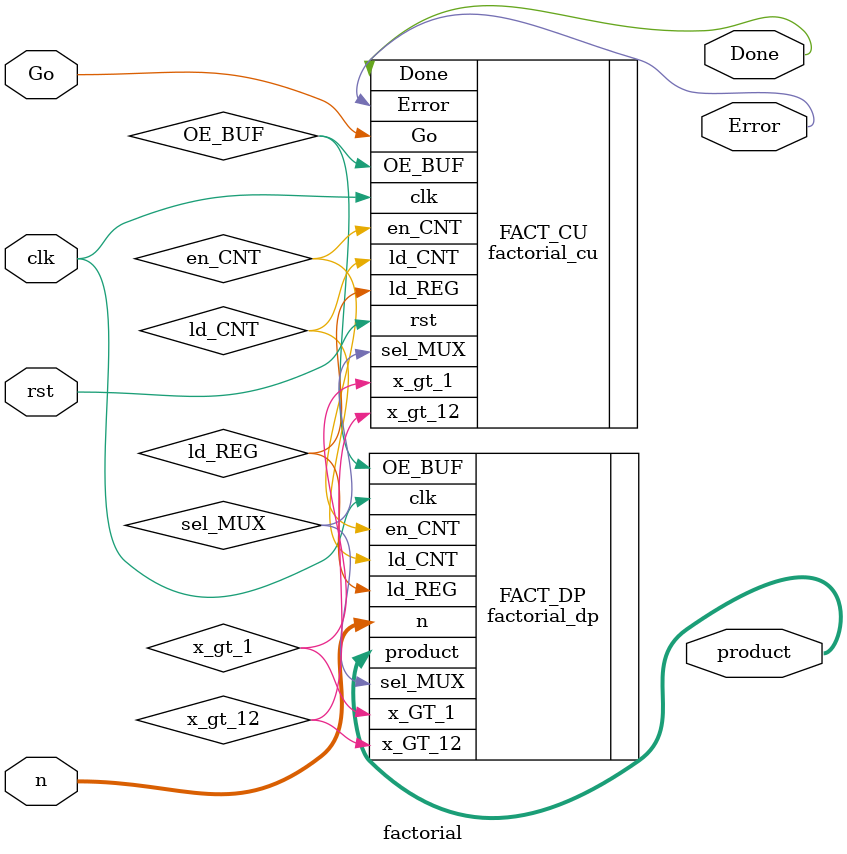
<source format=v>
module factorial #(parameter DATA_WIDTH = 32)(
    input rst, clk,
    input Go,
    input wire [DATA_WIDTH-1:0] n,
    output wire Done, Error,
    output [DATA_WIDTH*DATA_WIDTH-1:0] product
    
);

    wire x_gt_1, x_gt_12;
    wire ld_CNT, en_CNT, ld_REG, sel_MUX, OE_BUF;

    factorial_cu #(.DATA_WIDTH(DATA_WIDTH)) FACT_CU(
        .Go(Go),
        .rst(rst),
        .clk(clk),
        .Error(Error),
        .Done(Done),
        .x_gt_1(x_gt_1),
        .x_gt_12(x_gt_12),
        .ld_CNT(ld_CNT),
        .ld_REG(ld_REG),
        .en_CNT(en_CNT),
        .sel_MUX(sel_MUX),
        .OE_BUF(OE_BUF)
    );

    factorial_dp FACT_DP(
        .clk(clk),
        .n(n),
        .x_GT_1(x_gt_1),
        .x_GT_12(x_gt_12),
        .product(product),
        .ld_CNT(ld_CNT),
        .ld_REG(ld_REG),
        .en_CNT(en_CNT),
        .sel_MUX(sel_MUX),
        .OE_BUF(OE_BUF)
    );


endmodule
</source>
